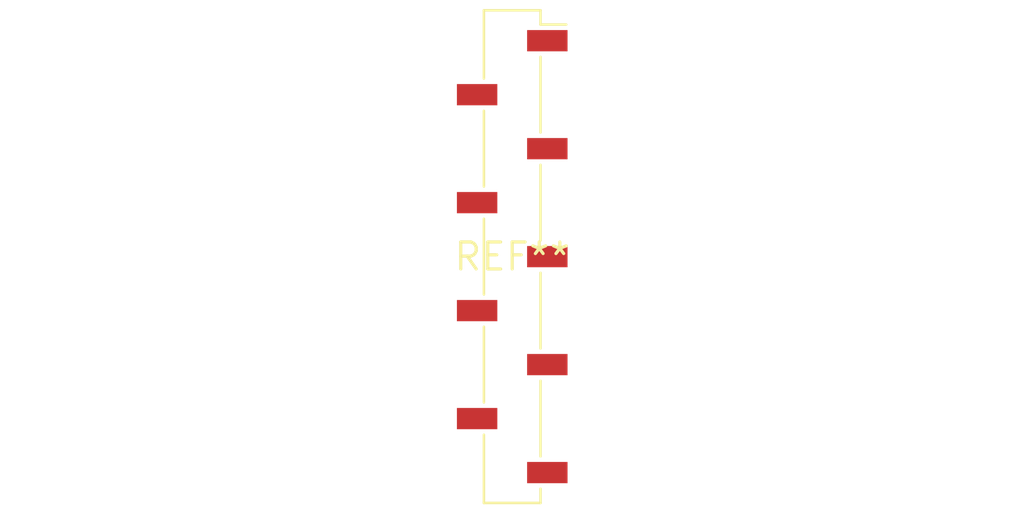
<source format=kicad_pcb>
(kicad_pcb (version 20240108) (generator pcbnew)
  (layers (0 "F.Cu" signal) (31 "B.Cu" signal) (34 "B.Paste" user) (35 "F.Paste" user) (36 "B.SilkS" user "B.Silkscreen") (37 "F.SilkS" user "F.Silkscreen") (38 "B.Mask" user) (39 "F.Mask" user) (44 "Edge.Cuts" user))
  (net 0 "")
  (footprint "PinSocket_1x09_P2.54mm_Vertical_SMD_Pin1Right" (layer "F.Cu") (at 0 0)
    (property "Reference" "REF**")
    (property "Value" "PinSocket_1x09_P2.54mm_Vertical_SMD_Pin1Right")
    (fp_line (start -1.33 -11.59) (end -1.33 -8.38) (layer "F.SilkS") (stroke (width 0.12)))
    (fp_line (start -1.33 -11.59) (end 1.33 -11.59) (layer "F.SilkS") (stroke (width 0.12)))
    (fp_line (start -1.33 -6.86) (end -1.33 -3.3) (layer "F.SilkS") (stroke (width 0.12)))
    (fp_line (start -1.33 -1.78) (end -1.33 1.78) (layer "F.SilkS") (stroke (width 0.12)))
    (fp_line (start -1.33 3.3) (end -1.33 6.86) (layer "F.SilkS") (stroke (width 0.12)))
    (fp_line (start -1.33 8.38) (end -1.33 11.59) (layer "F.SilkS") (stroke (width 0.12)))
    (fp_line (start -1.33 11.59) (end 1.33 11.59) (layer "F.SilkS") (stroke (width 0.12)))
    (fp_line (start 1.33 -11.59) (end 1.33 -10.92) (layer "F.SilkS") (stroke (width 0.12)))
    (fp_line (start 1.33 -10.92) (end 2.54 -10.92) (layer "F.SilkS") (stroke (width 0.12)))
    (fp_line (start 1.33 -9.4) (end 1.33 -5.84) (layer "F.SilkS") (stroke (width 0.12)))
    (fp_line (start 1.33 -4.32) (end 1.33 -0.76) (layer "F.SilkS") (stroke (width 0.12)))
    (fp_line (start 1.33 0.76) (end 1.33 4.32) (layer "F.SilkS") (stroke (width 0.12)))
    (fp_line (start 1.33 5.84) (end 1.33 9.4) (layer "F.SilkS") (stroke (width 0.12)))
    (fp_line (start 1.33 10.92) (end 1.33 11.59) (layer "F.SilkS") (stroke (width 0.12)))
    (pad "1" smd rect (at 1.65 -10.16) (size 1.9 1) (layers "F.Cu" "F.Paste" "F.Mask"))
    (pad "2" smd rect (at -1.65 -7.62) (size 1.9 1) (layers "F.Cu" "F.Paste" "F.Mask"))
    (pad "3" smd rect (at 1.65 -5.08) (size 1.9 1) (layers "F.Cu" "F.Paste" "F.Mask"))
    (pad "4" smd rect (at -1.65 -2.54) (size 1.9 1) (layers "F.Cu" "F.Paste" "F.Mask"))
    (pad "5" smd rect (at 1.65 0) (size 1.9 1) (layers "F.Cu" "F.Paste" "F.Mask"))
    (pad "6" smd rect (at -1.65 2.54) (size 1.9 1) (layers "F.Cu" "F.Paste" "F.Mask"))
    (pad "7" smd rect (at 1.65 5.08) (size 1.9 1) (layers "F.Cu" "F.Paste" "F.Mask"))
    (pad "8" smd rect (at -1.65 7.62) (size 1.9 1) (layers "F.Cu" "F.Paste" "F.Mask"))
    (pad "9" smd rect (at 1.65 10.16) (size 1.9 1) (layers "F.Cu" "F.Paste" "F.Mask"))
  )
)
</source>
